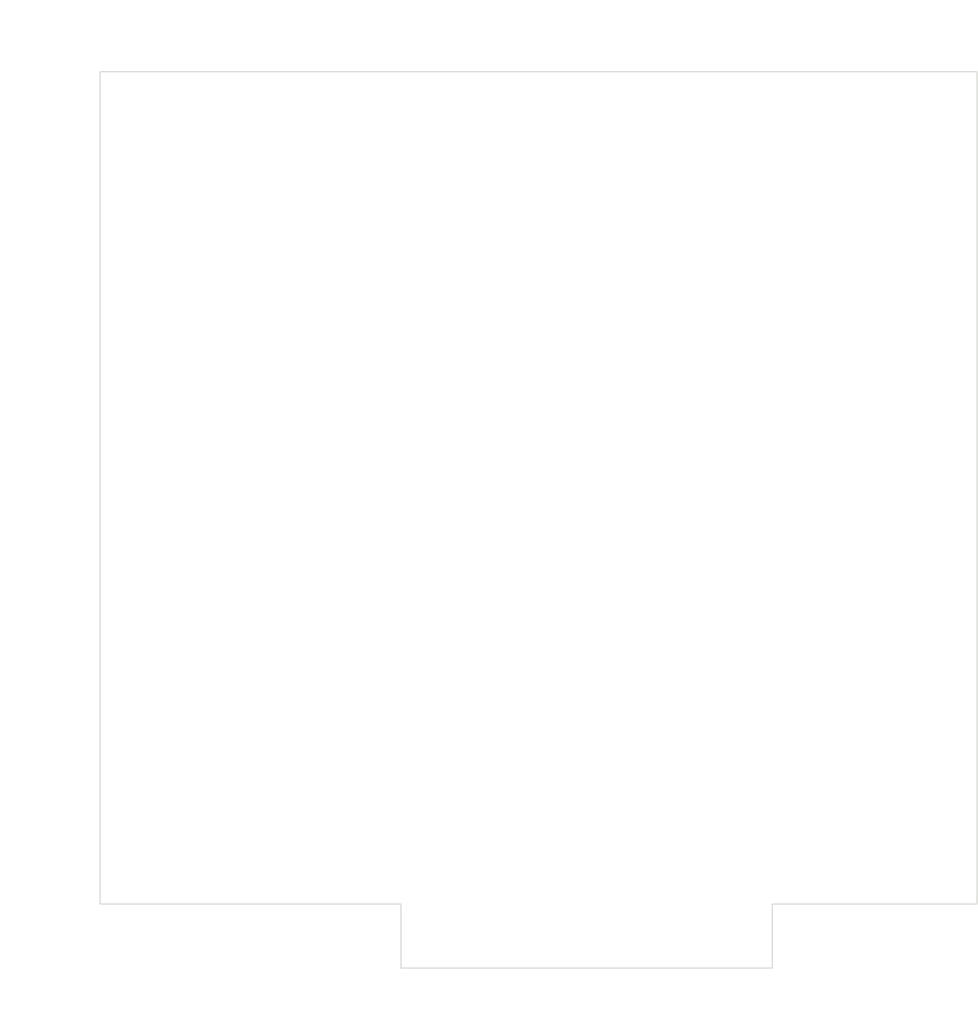
<source format=kicad_pcb>
(kicad_pcb (version 3) (host pcbnew "(2013-07-07 BZR 4022)-stable")

  (general
    (links 0)
    (no_connects 0)
    (area 33.857144 32.150003 187.075001 193.7)
    (thickness 1.6)
    (drawings 13)
    (tracks 0)
    (zones 0)
    (modules 0)
    (nets 1)
  )

  (page A3)
  (layers
    (15 F.Cu signal)
    (0 B.Cu signal)
    (16 B.Adhes user)
    (17 F.Adhes user)
    (18 B.Paste user)
    (19 F.Paste user)
    (20 B.SilkS user)
    (21 F.SilkS user)
    (22 B.Mask user)
    (23 F.Mask user)
    (24 Dwgs.User user)
    (25 Cmts.User user)
    (26 Eco1.User user)
    (27 Eco2.User user)
    (28 Edge.Cuts user)
  )

  (setup
    (last_trace_width 0.254)
    (trace_clearance 0.254)
    (zone_clearance 0.508)
    (zone_45_only no)
    (trace_min 0.254)
    (segment_width 0.2)
    (edge_width 0.15)
    (via_size 0.889)
    (via_drill 0.635)
    (via_min_size 0.889)
    (via_min_drill 0.508)
    (uvia_size 0.508)
    (uvia_drill 0.127)
    (uvias_allowed no)
    (uvia_min_size 0.508)
    (uvia_min_drill 0.127)
    (pcb_text_width 0.3)
    (pcb_text_size 1.5 1.5)
    (mod_edge_width 0.15)
    (mod_text_size 1.5 1.5)
    (mod_text_width 0.15)
    (pad_size 1.5 10)
    (pad_drill 0)
    (pad_to_mask_clearance 0.2)
    (aux_axis_origin 0 0)
    (visible_elements 7FFFFFFF)
    (pcbplotparams
      (layerselection 3178497)
      (usegerberextensions true)
      (excludeedgelayer true)
      (linewidth 0.100000)
      (plotframeref false)
      (viasonmask false)
      (mode 1)
      (useauxorigin false)
      (hpglpennumber 1)
      (hpglpenspeed 20)
      (hpglpendiameter 15)
      (hpglpenoverlay 2)
      (psnegative false)
      (psa4output false)
      (plotreference true)
      (plotvalue true)
      (plotothertext true)
      (plotinvisibletext false)
      (padsonsilk false)
      (subtractmaskfromsilk false)
      (outputformat 1)
      (mirror false)
      (drillshape 1)
      (scaleselection 1)
      (outputdirectory ""))
  )

  (net 0 "")

  (net_class Default "これは標準のネット クラスです。"
    (clearance 0.254)
    (trace_width 0.254)
    (via_dia 0.889)
    (via_drill 0.635)
    (uvia_dia 0.508)
    (uvia_drill 0.127)
    (add_net "")
  )

  (dimension 32 (width 0.3) (layer Cmts.User)
    (gr_text 32.000mm (at 171 192.349999) (layer Cmts.User)
      (effects (font (size 1.5 1.5) (thickness 0.3)))
    )
    (feature1 (pts (xy 187 173) (xy 187 193.699999)))
    (feature2 (pts (xy 155 173) (xy 155 193.699999)))
    (crossbar (pts (xy 155 190.999999) (xy 187 190.999999)))
    (arrow1a (pts (xy 187 190.999999) (xy 185.873497 191.586419)))
    (arrow1b (pts (xy 187 190.999999) (xy 185.873497 190.413579)))
    (arrow2a (pts (xy 155 190.999999) (xy 156.126503 191.586419)))
    (arrow2b (pts (xy 155 190.999999) (xy 156.126503 190.413579)))
  )
  (dimension 47 (width 0.3) (layer Cmts.User)
    (gr_text 47.000mm (at 73.5 192.349999) (layer Cmts.User)
      (effects (font (size 1.5 1.5) (thickness 0.3)))
    )
    (feature1 (pts (xy 97 173) (xy 97 193.699999)))
    (feature2 (pts (xy 50 173) (xy 50 193.699999)))
    (crossbar (pts (xy 50 190.999999) (xy 97 190.999999)))
    (arrow1a (pts (xy 97 190.999999) (xy 95.873497 191.586419)))
    (arrow1b (pts (xy 97 190.999999) (xy 95.873497 190.413579)))
    (arrow2a (pts (xy 50 190.999999) (xy 51.126503 191.586419)))
    (arrow2b (pts (xy 50 190.999999) (xy 51.126503 190.413579)))
  )
  (dimension 10 (width 0.3) (layer Cmts.User)
    (gr_text 10.000mm (at 87 179 270) (layer Cmts.User)
      (effects (font (size 1.5 1.5) (thickness 0.3)))
    )
    (feature1 (pts (xy 97 183) (xy 87.300001 183)))
    (feature2 (pts (xy 97 173) (xy 87.300001 173)))
    (crossbar (pts (xy 90.000001 173) (xy 90.000001 183)))
    (arrow1a (pts (xy 90.000001 183) (xy 89.413581 181.873497)))
    (arrow1b (pts (xy 90.000001 183) (xy 90.586421 181.873497)))
    (arrow2a (pts (xy 90.000001 173) (xy 89.413581 174.126503)))
    (arrow2b (pts (xy 90.000001 173) (xy 90.586421 174.126503)))
  )
  (gr_line (start 97 183) (end 155 183) (angle 90) (layer Edge.Cuts) (width 0.15))
  (gr_line (start 97 173) (end 97 183) (angle 90) (layer Edge.Cuts) (width 0.15))
  (gr_line (start 50 173) (end 97 173) (angle 90) (layer Edge.Cuts) (width 0.15))
  (gr_line (start 155 173) (end 155 183) (angle 90) (layer Edge.Cuts) (width 0.15))
  (gr_line (start 187 173) (end 155 173) (angle 90) (layer Edge.Cuts) (width 0.15))
  (gr_line (start 187 43) (end 187 173) (angle 90) (layer Edge.Cuts) (width 0.15))
  (dimension 130 (width 0.3) (layer Cmts.User)
    (gr_text 130.000mm (at 40.65 108 270) (layer Cmts.User)
      (effects (font (size 1.5 1.5) (thickness 0.3)))
    )
    (feature1 (pts (xy 50 173) (xy 39.3 173)))
    (feature2 (pts (xy 50 43) (xy 39.3 43)))
    (crossbar (pts (xy 42 43) (xy 42 173)))
    (arrow1a (pts (xy 42 173) (xy 41.41358 171.873497)))
    (arrow1b (pts (xy 42 173) (xy 42.58642 171.873497)))
    (arrow2a (pts (xy 42 43) (xy 41.41358 44.126503)))
    (arrow2b (pts (xy 42 43) (xy 42.58642 44.126503)))
  )
  (dimension 137 (width 0.3) (layer Cmts.User)
    (gr_text 137.000mm (at 118.5 33.650003) (layer Cmts.User)
      (effects (font (size 1.5 1.5) (thickness 0.3)))
    )
    (feature1 (pts (xy 187 43) (xy 187 32.300003)))
    (feature2 (pts (xy 50 43) (xy 50 32.300003)))
    (crossbar (pts (xy 50 35.000003) (xy 187 35.000003)))
    (arrow1a (pts (xy 187 35.000003) (xy 185.873497 35.586423)))
    (arrow1b (pts (xy 187 35.000003) (xy 185.873497 34.413583)))
    (arrow2a (pts (xy 50 35.000003) (xy 51.126503 35.586423)))
    (arrow2b (pts (xy 50 35.000003) (xy 51.126503 34.413583)))
  )
  (gr_line (start 50 43) (end 50 173) (angle 90) (layer Edge.Cuts) (width 0.15))
  (gr_line (start 50 43) (end 187 43) (angle 90) (layer Edge.Cuts) (width 0.15))

)

</source>
